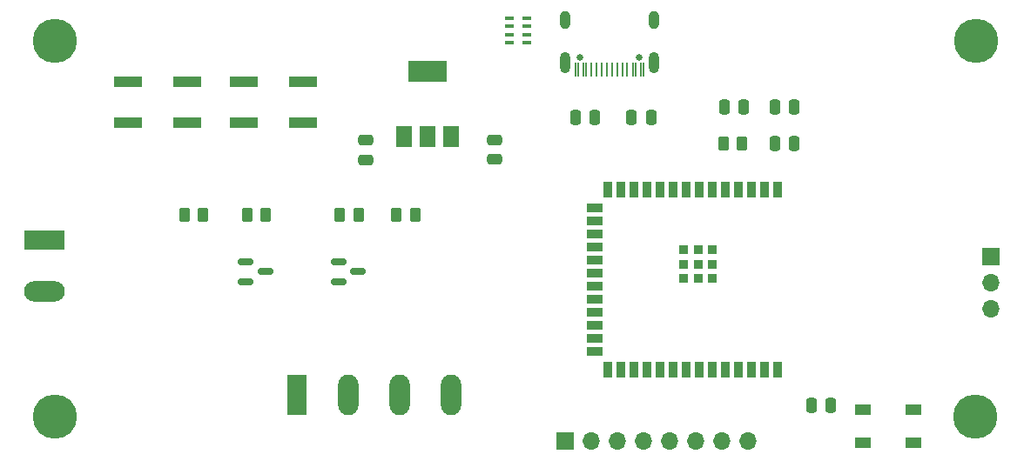
<source format=gbr>
%TF.GenerationSoftware,KiCad,Pcbnew,(6.0.7)*%
%TF.CreationDate,2022-09-04T12:35:54-05:00*%
%TF.ProjectId,Mechan-o-bell_PCB,4d656368-616e-42d6-9f2d-62656c6c5f50,rev?*%
%TF.SameCoordinates,Original*%
%TF.FileFunction,Soldermask,Top*%
%TF.FilePolarity,Negative*%
%FSLAX46Y46*%
G04 Gerber Fmt 4.6, Leading zero omitted, Abs format (unit mm)*
G04 Created by KiCad (PCBNEW (6.0.7)) date 2022-09-04 12:35:54*
%MOMM*%
%LPD*%
G01*
G04 APERTURE LIST*
G04 Aperture macros list*
%AMRoundRect*
0 Rectangle with rounded corners*
0 $1 Rounding radius*
0 $2 $3 $4 $5 $6 $7 $8 $9 X,Y pos of 4 corners*
0 Add a 4 corners polygon primitive as box body*
4,1,4,$2,$3,$4,$5,$6,$7,$8,$9,$2,$3,0*
0 Add four circle primitives for the rounded corners*
1,1,$1+$1,$2,$3*
1,1,$1+$1,$4,$5*
1,1,$1+$1,$6,$7*
1,1,$1+$1,$8,$9*
0 Add four rect primitives between the rounded corners*
20,1,$1+$1,$2,$3,$4,$5,0*
20,1,$1+$1,$4,$5,$6,$7,0*
20,1,$1+$1,$6,$7,$8,$9,0*
20,1,$1+$1,$8,$9,$2,$3,0*%
G04 Aperture macros list end*
%ADD10C,4.300000*%
%ADD11R,2.750000X1.000000*%
%ADD12O,1.700000X1.700000*%
%ADD13R,1.700000X1.700000*%
%ADD14RoundRect,0.250000X-0.250000X-0.475000X0.250000X-0.475000X0.250000X0.475000X-0.250000X0.475000X0*%
%ADD15RoundRect,0.250000X-0.262500X-0.450000X0.262500X-0.450000X0.262500X0.450000X-0.262500X0.450000X0*%
%ADD16R,0.900000X0.900000*%
%ADD17R,0.900000X1.500000*%
%ADD18R,1.500000X0.900000*%
%ADD19RoundRect,0.250000X-0.475000X0.250000X-0.475000X-0.250000X0.475000X-0.250000X0.475000X0.250000X0*%
%ADD20R,0.900000X0.400000*%
%ADD21O,3.960000X1.980000*%
%ADD22R,3.960000X1.980000*%
%ADD23RoundRect,0.150000X-0.587500X-0.150000X0.587500X-0.150000X0.587500X0.150000X-0.587500X0.150000X0*%
%ADD24RoundRect,0.250000X0.250000X0.475000X-0.250000X0.475000X-0.250000X-0.475000X0.250000X-0.475000X0*%
%ADD25O,1.980000X3.960000*%
%ADD26R,1.980000X3.960000*%
%ADD27R,1.500000X1.000000*%
%ADD28R,1.500000X2.000000*%
%ADD29R,3.800000X2.000000*%
%ADD30O,1.000000X1.800000*%
%ADD31O,1.000000X2.100000*%
%ADD32R,0.250000X1.400000*%
%ADD33C,0.650000*%
G04 APERTURE END LIST*
D10*
%TO.C,H2*%
X89000000Y-98600000D03*
%TD*%
D11*
%TO.C,SW1*%
X113075000Y-70000000D03*
X107325000Y-70000000D03*
X113075000Y-66000000D03*
X107325000Y-66000000D03*
%TD*%
D12*
%TO.C,J4*%
X180000000Y-88080000D03*
X180000000Y-85540000D03*
D13*
X180000000Y-83000000D03*
%TD*%
D14*
%TO.C,C1*%
X146950000Y-69500000D03*
X145050000Y-69500000D03*
%TD*%
D11*
%TO.C,SW2*%
X101875000Y-70000000D03*
X96125000Y-70000000D03*
X101875000Y-66000000D03*
X96125000Y-66000000D03*
%TD*%
D15*
%TO.C,R5*%
X155825000Y-72000000D03*
X154000000Y-72000000D03*
%TD*%
D10*
%TO.C,H3*%
X89000000Y-62000000D03*
%TD*%
D16*
%TO.C,U2*%
X152940000Y-83750000D03*
X151540000Y-85150000D03*
X150140000Y-85150000D03*
X150140000Y-82350000D03*
X151540000Y-82350000D03*
X152940000Y-85150000D03*
X151540000Y-83750000D03*
X150140000Y-83750000D03*
X152940000Y-82350000D03*
D17*
X159260000Y-94000000D03*
X157990000Y-94000000D03*
X156720000Y-94000000D03*
X155450000Y-94000000D03*
X154180000Y-94000000D03*
X152910000Y-94000000D03*
X151640000Y-94000000D03*
X150370000Y-94000000D03*
X149100000Y-94000000D03*
X147830000Y-94000000D03*
X146560000Y-94000000D03*
X145290000Y-94000000D03*
X144020000Y-94000000D03*
X142750000Y-94000000D03*
D18*
X141500000Y-92235000D03*
X141500000Y-90965000D03*
X141500000Y-89695000D03*
X141500000Y-88425000D03*
X141500000Y-87155000D03*
X141500000Y-85885000D03*
X141500000Y-84615000D03*
X141500000Y-83345000D03*
X141500000Y-82075000D03*
X141500000Y-80805000D03*
X141500000Y-79535000D03*
X141500000Y-78265000D03*
D17*
X142750000Y-76500000D03*
X144020000Y-76500000D03*
X145290000Y-76500000D03*
X146560000Y-76500000D03*
X147830000Y-76500000D03*
X149100000Y-76500000D03*
X150370000Y-76500000D03*
X151640000Y-76500000D03*
X152910000Y-76500000D03*
X154180000Y-76500000D03*
X155450000Y-76500000D03*
X156720000Y-76500000D03*
X157990000Y-76500000D03*
X159260000Y-76500000D03*
%TD*%
D19*
%TO.C,C3*%
X131700000Y-73550000D03*
X131700000Y-71650000D03*
%TD*%
D14*
%TO.C,C8*%
X164450000Y-97500000D03*
X162550000Y-97500000D03*
%TD*%
D20*
%TO.C,RN1*%
X134850000Y-59800000D03*
X134850000Y-60600000D03*
X134850000Y-61400000D03*
X134850000Y-62200000D03*
X133150000Y-62200000D03*
X133150000Y-61400000D03*
X133150000Y-60600000D03*
X133150000Y-59800000D03*
%TD*%
D15*
%TO.C,R3*%
X109500000Y-79000000D03*
X107675000Y-79000000D03*
%TD*%
D21*
%TO.C,J1*%
X88000000Y-86435000D03*
D22*
X88000000Y-81435000D03*
%TD*%
D23*
%TO.C,Q2*%
X118437500Y-84500000D03*
X116562500Y-85450000D03*
X116562500Y-83550000D03*
%TD*%
D15*
%TO.C,R4*%
X118500000Y-79000000D03*
X116675000Y-79000000D03*
%TD*%
D23*
%TO.C,Q1*%
X109437500Y-84500000D03*
X107562500Y-85450000D03*
X107562500Y-83550000D03*
%TD*%
D14*
%TO.C,C6*%
X155950000Y-68500000D03*
X154050000Y-68500000D03*
%TD*%
D24*
%TO.C,C2*%
X139600000Y-69500000D03*
X141500000Y-69500000D03*
%TD*%
D19*
%TO.C,C4*%
X119200000Y-73600000D03*
X119200000Y-71700000D03*
%TD*%
D10*
%TO.C,H4*%
X178500000Y-98600000D03*
%TD*%
D15*
%TO.C,R1*%
X103412500Y-79000000D03*
X101587500Y-79000000D03*
%TD*%
%TO.C,R2*%
X124000000Y-79000000D03*
X122175000Y-79000000D03*
%TD*%
D14*
%TO.C,C7*%
X160900000Y-72000000D03*
X159000000Y-72000000D03*
%TD*%
D12*
%TO.C,J3*%
X156405000Y-101000000D03*
X153865000Y-101000000D03*
X151325000Y-101000000D03*
X148785000Y-101000000D03*
X146245000Y-101000000D03*
X143705000Y-101000000D03*
X141165000Y-101000000D03*
D13*
X138625000Y-101000000D03*
%TD*%
D25*
%TO.C,J2*%
X127500000Y-96500000D03*
X122500000Y-96500000D03*
X117500000Y-96500000D03*
D26*
X112500000Y-96500000D03*
%TD*%
D27*
%TO.C,D1*%
X167550000Y-101100000D03*
X167550000Y-97900000D03*
X172450000Y-97900000D03*
X172450000Y-101100000D03*
%TD*%
D28*
%TO.C,U1*%
X127500000Y-71300000D03*
X125200000Y-71300000D03*
D29*
X125200000Y-65000000D03*
D28*
X122900000Y-71300000D03*
%TD*%
D14*
%TO.C,C5*%
X160900000Y-68500000D03*
X159000000Y-68500000D03*
%TD*%
D10*
%TO.C,H1*%
X178600000Y-62000000D03*
%TD*%
D30*
%TO.C,P1*%
X147220000Y-60000000D03*
D31*
X138580000Y-64150000D03*
D30*
X138580000Y-60000000D03*
D31*
X147220000Y-64150000D03*
D32*
X145975000Y-64850000D03*
X145175000Y-64850000D03*
X141650000Y-64850000D03*
X143650000Y-64850000D03*
X142150000Y-64850000D03*
X141150000Y-64850000D03*
X140625000Y-64850000D03*
X139825000Y-64850000D03*
X139575000Y-64850000D03*
X140375000Y-64850000D03*
X144650000Y-64850000D03*
X142650000Y-64850000D03*
X143150000Y-64850000D03*
X144150000Y-64850000D03*
X145425000Y-64850000D03*
X146225000Y-64850000D03*
D33*
X140010000Y-63650000D03*
X145790000Y-63650000D03*
%TD*%
M02*

</source>
